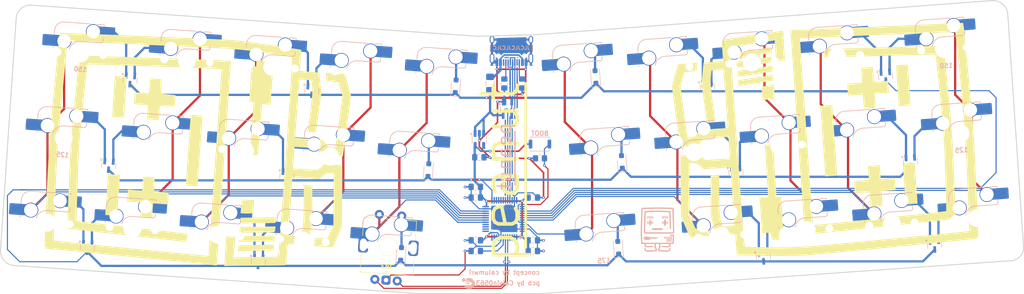
<source format=kicad_pcb>
(kicad_pcb (version 20240108) (generator "pcbnew") (generator_version "8.0")
  (layers (0 "F.Cu" signal) (31 "B.Cu" signal) (34 "B.Paste" user) (35 "F.Paste" user) (36 "B.SilkS" user "B.Silkscreen") (37 "F.SilkS" user "F.Silkscreen") (38 "B.Mask" user) (39 "F.Mask" user) (44 "Edge.Cuts" user))
  (net 0 "")
  (net 1 "Net-(D1-A2)")
  (net 2 "Net-(D1-A1)")
  (net 3 "ROW0")
  (net 4 "Net-(D2-A1)")
  (net 5 "Net-(D2-A2)")
  (net 6 "Net-(D3-A2)")
  (net 7 "ROW1")
  (net 8 "Net-(D3-A1)")
  (net 9 "Net-(D4-A2)")
  (net 10 "Net-(D4-A1)")
  (net 11 "ROW3")
  (net 12 "Net-(D7-A1)")
  (net 13 "Net-(D7-A2)")
  (net 14 "Net-(D8-A1)")
  (net 15 "Net-(D8-A2)")
  (net 16 "Net-(D9-A1)")
  (net 17 "Net-(D9-A2)")
  (net 18 "Net-(D10-A2)")
  (net 19 "Net-(D10-A1)")
  (net 20 "Net-(D5-A)")
  (net 21 "Net-(D11-A2)")
  (net 22 "Net-(D6-A)")
  (net 23 "Net-(D11-A1)")
  (net 24 "Net-(D12-A2)")
  (net 25 "Net-(D12-A1)")
  (net 26 "Net-(D13-A2)")
  (net 27 "Net-(D13-A1)")
  (net 28 "Net-(D14-A2)")
  (net 29 "Net-(D14-A1)")
  (net 30 "COL0")
  (net 31 "COL1")
  (net 32 "COL2")
  (net 33 "COL3")
  (net 34 "COL4")
  (net 35 "COL5")
  (net 36 "COL6")
  (net 37 "COL7")
  (net 38 "COL8")
  (net 39 "COL9")
  (net 40 "Net-(D15-A)")
  (net 41 "Net-(D16-A)")
  (net 42 "ROT_a")
  (net 43 "ROT_b")
  (net 44 "GND")
  (net 45 "s1")
  (net 46 "+3.3V")
  (net 47 "NRST")
  (net 48 "+5V")
  (net 49 "VBUS")
  (net 50 "Net-(J1-CC1)")
  (net 51 "D+")
  (net 52 "D-")
  (net 54 "Net-(J1-CC2)")
  (net 56 "BOOT0")
  (net 58 "Net-(D26-A)")
  (footprint "LOGO" (layer "F.Cu") (at 85.725 69.85 86)
    (property "Reference" "G***" (hide yes))
    (property "Value" "LOGO" (hide yes))
  )
  (footprint "LOGO" (layer "F.Cu") (at 225.425 67.46875 -86)
    (property "Reference" "G***" (hide yes))
    (property "Value" "LOGO" (hide yes))
  )
  (footprint "PCM_marbastlib-various:ROT_Alps_EC11E-Switch" (layer "F.Cu") (at 128.158506 91.082323 -4)
    (property "Reference" "SW1" (hide yes))
    (property "Value" "RotaryEncoder_Switch")
  )
  (footprint "PCM_marbastlib-mx:SW_MX_HS_CPG151101S11_1u" (layer "B.Cu") (at 234.239465 67.395102 -176)
    (property "Reference" "MX19" (hide yes))
    (property "Value" "MX_SW_HS")
  )
  (footprint "PCM_marbastlib-mx:SW_MX_HS_CPG151101S11_1u" (layer "B.Cu") (at 115.234671 71.082082 176)
    (property "Reference" "MX14" (hide yes))
    (property "Value" "MX_SW_HS")
  )
  (footprint "Diode_SMD:D_SOD-123F" (layer "B.Cu") (at 174.295286 53.306382 94)
    (property "Reference" "D6" (hide yes))
    (property "Value" "D_Small")
  )
  (footprint "PCM_marbastlib-mx:SW_MX_HS_CPG151101S11_1u" (layer "B.Cu") (at 240.319329 86.066484 -176)
    (property "Reference" "MX29" (hide yes))
    (property "Value" "MX_SW_HS")
  )
  (footprint "Package_TO_SOT_SMD:SOT-23" (layer "B.Cu") (at 105.56875 75.40625 -94)
    (property "Reference" "D4" (hide yes))
    (property "Value" "BAV70_Small")
  )
  (footprint "Capacitor_SMD:C_0805_2012Metric_Pad1.18x1.45mm_HandSolder" (layer "B.Cu") (at 147.6375 89.69375 180)
    (property "Reference" "C5" (hide yes))
    (property "Value" "100nF")
  )
  (footprint "PCM_marbastlib-mx:SW_MX_HS_CPG151101S11_1.25u" (layer "B.Cu") (at 55.848436 66.929392 176)
    (property "Reference" "MX11" (hide yes))
    (property "Value" "MX_SW_HS")
  )
  (footprint "Capacitor_SMD:C_0805_2012Metric_Pad1.18x1.45mm_HandSolder" (layer "B.Cu") (at 147.6375 80.16875 180)
    (property "Reference" "C1" (hide yes))
    (property "Value" "100nF")
  )
  (footprint "PCM_marbastlib-mx:SW_MX_HS_CPG151101S11_1u" (layer "B.Cu") (at 140.318025 53.739563 176)
    (property "Reference" "MX5" (hide yes))
    (property "Value" "MX_SW_HS")
  )
  (footprint "PCM_marbastlib-mx:SW_MX_HS_CPG151101S11_1.5u" (layer "B.Cu") (at 59.552746 48.091904 176)
    (property "Reference" "MX1" (hide yes))
    (property "Value" "MX_SW_HS")
  )
  (footprint "Diode_SMD:D_SOD-123F" (layer "B.Cu") (at 180.18125 72.23125 94)
    (property "Reference" "D16" (hide yes))
    (property "Value" "D_Small")
  )
  (footprint "Package_TO_SOT_SMD:SOT-23" (layer "B.Cu") (at 244.475 72.23125 -86)
    (property "Reference" "D13" (hide yes))
    (property "Value" "BAV70_Small")
  )
  (footprint "Package_TO_SOT_SMD:SOT-23" (layer "B.Cu") (at 199.23125 55.5625 -86)
    (property "Reference" "D9" (hide yes))
    (property "Value" "BAV70_Small")
  )
  (footprint "Package_TO_SOT_SMD:SOT-23" (layer "B.Cu") (at 111.125 56.35625 -94)
    (property "Reference" "D2" (hide yes))
    (property "Value" "BAV70_Small")
  )
  (footprint "Diode_SMD:D_SOD-123F" (layer "B.Cu") (at 143.151244 55.377713 86)
    (property "Reference" "D5" (hide yes))
    (property "Value" "D_Small")
  )
  (footprint "PCM_marbastlib-mx:SW_MX_HS_CPG151101S11_1u" (layer "B.Cu") (at 90.151316 88.424601 176)
    (property "Reference" "MX23" (hide yes))
    (property "Value" "MX_SW_HS")
  )
  (footprint "Package_TO_SOT_SMD:SOT-23" (layer "B.Cu") (at 61.11875 91.28125 -94)
    (property "Reference" "D7" (hide yes))
    (property "Value" "BAV70_Small")
  )
  (footprint "PCM_marbastlib-mx:SW_MX_HS_CPG151101S11_1u" (layer "B.Cu") (at 196.232347 70.052842 -176)
    (property "Reference" "MX17" (hide yes))
    (property "Value" "MX_SW_HS")
  )
  (footprint "PCM_marbastlib-various:USB_C_Receptacle_HRO_TYPE-C-31-M-12" (layer "B.Cu") (at 155.575 46.0375)
    (property "Reference" "J1" (hide yes))
    (property "Value" "USB_C_Receptacle_USB2.0")
  )
  (footprint "Capacitor_SMD:C_0805_2012Metric_Pad1.18x1.45mm_HandSolder" (layer "B.Cu") (at 147.6375 77.7875 180)
    (property "Reference" "C6" (hide yes))
    (property "Value" "10uF")
  )
  (footprint "Package_TO_SOT_SMD:SOT-23" (layer "B.Cu") (at 99.21875 94.45625 -94)
    (property "Reference" "D8" (hide yes))
    (property "Value" "BAV70_Small")
  )
  (footprint "Diode_SMD:D_SOD-123F" (layer "B.Cu") (at 137.071485 74.049092 86)
    (property "Reference" "D15" (hide yes))
    (property "Value" "D_Small")
  )
  (footprint "Package_TO_SOT_SMD:SOT-143_Handsoldering" (layer "B.Cu") (at 154.6812 60.325 -90)
    (property "Reference" "U3" (hide yes))
    (property "Value" "PRTR5V0U2X")
  )
  (footprint "PCM_marbastlib-mx:SW_MX_HS_CPG151101S11_1u" (layer "B.Cu") (at 202.312081 88.724224 -176)
    (property "Reference" "MX27" (hide yes))
    (property "Value" "MX_SW_HS")
  )
  (footprint "Button_Switch_SMD:SW_Push_SPST_NO_Alps_SKRK" (layer "B.Cu") (at 161.925 68.2625)
    (property "Reference" "SW2" (hide yes))
    (property "Value" "SKQGABE010")
  )
  (footprint "LOGO" (layer "B.Cu") (at 188.11875 87.3125 180)
    (property "Reference" "G***" (hide yes))
    (property "Value" "LOGO" (hide yes))
  )
  (footprint "PCM_marbastlib-mx:SW_MX_HS_CPG151101S11_1.25u" (layer "B.Cu") (at 255.618608 65.900208 -176)
    (property "Reference" "MX20" (hide yes))
    (property "Value" "MX_SW_HS")
  )
  (footprint "Package_TO_SOT_SMD:SOT-23" (layer "B.Cu") (at 65.88125 73.025 -94)
    (property "Reference" "D3" (hide yes))
    (property "Value" "BAV70_Small")
  )
  (footprint "Package_QFP:LQFP-48_7x7mm_P0.5mm" (layer "B.Cu") (at 153.9875 84.93125 90)
    (property "Reference" "U1" (hide yes))
    (property "Value" "STM32F072C8Tx")
  )
  (footprint "PCM_marbastlib-mx:SW_MX_HS_CPG151101S11_1u" (layer "B.Cu") (at 134.238266 72.410943 176)
    (property "Reference" "MX15" (hide yes))
    (property "Value" "MX_SW_HS")
  )
  (footprint "PCM_marbastlib-mx:SW_MX_HS_CPG151101S11_1u" (layer "B.Cu") (at 77.22748 68.42436 176)
    (property "Reference" "MX12" (hide yes))
    (property "Value" "MX_SW_HS")
  )
  (footprint "Diode_SMD:D_SOD-123F" (layer "B.Cu") (at 130.991725 92.720472 86)
    (property "Reference" "D25" (hide yes))
    (property "Value" "D_Small")
  )
  (footprint "PCM_marbastlib-mx:SW_MX_HS_CPG151101S11_1u" (layer "B.Cu") (at 177.228646 71.381713 -176)
    (property "Reference" "MX16" (hide yes))
    (property "Value" "MX_SW_HS")
  )
  (footprint "PCM_marbastlib-mx:SW_MX_HS_CPG151101S11_1u" (layer "B.Cu") (at 190.152505 51.381463 -176)
    (property "Reference" "MX7" (hide yes))
    (property "Value" "MX_SW_HS")
  )
  (footprint "PCM_marbastlib-mx:SW_MX_HS_CPG151101S11_1u" (layer "B.Cu") (at 102.310835 51.081841 176)
    (property "Reference" "MX3" (hide yes))
    (property "Value" "MX_SW_HS")
  )
  (footprint "PCM_marbastlib-mx:SW_MX_HS_CPG151101S11_1u" (layer "B.Cu") (at 209.156182 50.052593 -176)
    (property "Reference" "MX8" (hide yes))
    (property "Value" "MX_SW_HS")
  )
  (footprint "PCM_marbastlib-mx:SW_MX_HS_CPG151101S11_1.75u" (layer "B.Cu") (at 176.182107 90.551437 -176)
    (property "Reference" "MX26" (hide yes))
    (property "Value" "MX_SW_HS")
  )
  (footprint "PCM_marbastlib-mx:SW_MX_HS_CPG151101S11_1u" (layer "B.Cu") (at 52.144126 85.766879 176)
    (property "Reference" "MX21" (hide yes))
    (property "Value" "MX_SW_HS")
  )
  (footprint "Capacitor_SMD:C_0805_2012Metric_Pad1.18x1.45mm_HandSolder" (layer "B.Cu") (at 160.3375 80.16875)
    (property "Reference" "C2" (hide yes))
    (property "Value" "100nF")
  )
  (footprint "PCM_marbastlib-mx:SW_MX_HS_CPG151101S11_1u" (layer "B.Cu") (at 221.315644 87.395355 -176)
    (property "Reference" "MX28" (hide yes))
    (property "Value" "MX_SW_HS")
  )
  (footprint "Resistor_SMD:R_0805_2012Metric_Pad1.20x1.40mm_HandSolder" (layer "B.Cu") (at 157.95625 54.76875 -90)
    (property "Reference" "R3" (hide yes))
    (property "Value" "5.1k")
  )
  (footprint "PCM_marbastlib-mx:SW_MX_HS_CPG151101S11_1u" (layer "B.Cu") (at 215.23591 68.723975 -176)
    (property "Reference" "MX18" (hide yes))
    (property "Value" "MX_SW_HS")
  )
  (footprint "Capacitor_SMD:C_0805_2012Metric_Pad1.18x1.45mm_HandSolder" (layer "B.Cu") (at 148.43125 71.2)
    (property "Reference" "C8" (hide yes))
    (property "Value" "1nF")
  )
  (footprint "PCM_marbastlib-mx:SW_MX_HS_CPG151101S11_1u" (layer "B.Cu") (at 259.3229 84.737617 -176)
    (property "Reference" "MX30" (hide yes))
    (property "Value" "MX_SW_HS")
  )
  (footprint "PCM_marbastlib-mx:SW_MX_HS_CPG151101S11_1u" (layer "B.Cu") (at 121.31443 52.410702 176)
    (property "Reference" "MX4" (hide yes))
    (property "Value" "MX_SW_HS")
  )
  (footprint "Resistor_SMD:R_0805_2012Metric_Pad1.20x1.40mm_HandSolder" (layer "B.Cu") (at 161.925 71.4375)
    (property "Reference" "R1" (hide yes))
    (property "Value" "10k")
  )
  (footprint "PCM_marbastlib-mx:SW_MX_HS_CPG151101S11_1u" (layer "B.Cu") (at 171.148927 52.710333 -176)
    (property "Reference" "MX6" (hide yes))
    (property "Value" "MX_SW_HS")
  )
  (footprint "LOGO" (layer "B.Cu") (at 146.05 99.21875 180)
    (property "Reference" "G***" (hide yes))
    (property "Value" "LOGO" (hide yes))
  )
  (footprint "Capacitor_SMD:C_0805_2012Metric_Pad1.18x1.45mm_HandSolder" (layer "B.Cu") (at 160.3375 89.69375)
    (property "Reference" "C3" (hide yes))
    (property "Value" "100nF")
  )
  (footprint "Capacitor_SMD:C_0805_2012Metric_Pad1.18x1.45mm_HandSolder" (layer "B.Cu") (at 147.6375 92.075 180)
    (property "Reference" "C7" (hide yes))
    (property "Value" "100nF")
  )
  (footprint "PCM_marbastlib-mx:SW_MX_HS_CPG151101S11_1u" (layer "B.Cu") (at 128.158506 91.082323 176)
    (property "Reference" "MX25" (hide yes))
    (property "Value" "MX_SW_HS")
  )
  (footprint "Package_TO_SOT_SMD:SOT-23-5_HandSoldering" (layer "B.Cu") (at 148.43125 67.23125 -90)
    (property "Reference" "U2" (hide yes))
    (property "Value" "AP2112K-3.3")
  )
  (footprint "Fuse:Fuse_1206_3216Metric_Pad1.42x1.75mm_HandSolder" (layer "B.Cu") (at 150.8125 54.76875 -90)
    (property "Reference" "F1" (hide yes))
    (property "Value" "500mA")
  )
  (footprint "PCM_marbastlib-mx:SW_MX_HS_CPG151101S11_1u" (layer "B.Cu") (at 83.30724 49.75298 176)
    (property "Reference" "MX2" (hide yes))
    (property "Value" "MX_SW_HS")
  )
  (footprint "PCM_marbastlib-mx:SW_MX_HS_CPG151101S11_1.5u" (layer "B.Cu") (at 251.914315 47.062668 -176)
    (property "Reference" "MX10" (hide yes))
    (property "Value" "MX_SW_HS")
  )
  (footprint "Resistor_SMD:R_0805_2012Metric_Pad1.20x1.40mm_HandSolder" (layer "B.Cu") (at 153.9875 54.76875 -90)
    (property "Reference" "R2" (hide yes))
    (property "Value" "5.1k")
  )
  (footprint "PCM_marbastlib-mx:SW_MX_HS_CPG151101S11_1u" (layer "B.Cu") (at 71.147721 87.09574 176)
    (property "Reference" "MX22" (hide yes))
    (property "Value" "MX_SW_HS")
  )
  (footprint "PCM_marbastlib-mx:SW_MX_HS_CPG151101S11_1u" (layer "B.Cu") (at 109.154911 89.753462 176)
    (property "Reference" "MX24" (hide yes))
    (property "Value" "MX_SW_HS")
  )
  (footprint "Package_TO_SOT_SMD:SOT-23" (layer "B.Cu") (at 238.91875 53.18125 -86)
    (property "Reference" "D14" (hide yes))
    (property "Value" "BAV70_Small")
  )
  (footprint "Package_TO_SOT_SMD:SOT-23" (layer "B.Cu") (at 205.58125 74.6125 -86)
    (property "Reference" "D10" (hide yes))
    (property "Value" "BAV70_Small")
  )
  (footprint "Capacitor_SMD:C_0805_2012Metric_Pad1.18x1.45mm_HandSolder" (layer "B.Cu") (at 160.3375 92.075)
    (property "Reference" "C4" (hide yes))
    (property "Value" "100nF")
  )
  (footprint "Package_TO_SOT_SMD:SOT-23" (layer "B.Cu") (at 70.64375 53.975 -94)
    (property "Reference" "D1" (hide yes))
    (property "Value" "BAV70_Small")
  )
  (footprint "Package_TO_SOT_SMD:SOT-23" (layer "B.Cu") (at 211.687508 93.453794 -86)
    (property "Reference" "D11" (hide yes))
    (property "Value" "BAV70_Small")
  )
  (footprint "Package_TO_SOT_SMD:SOT-23" (layer "B.Cu") (at 249.80729 90.798294 -86)
    (property "Reference" "D12" (hide yes))
    (property "Value" "BAV70_Small")
  )
  (footprint "Diode_SMD:D_SOD-123F" (layer "B.Cu") (at 179.357108 91.345187 94)
    (property "Reference" "D26" (hide yes))
    (property "Value" "D_Small")
  )
  (footprint "PCM_marbastlib-mx:SW_MX_HS_CPG151101S11_1u" (layer "B.Cu") (at 228.159753 48.723724 -176)
    (property "Reference" "MX9" (hide yes))
    (property "Value" "MX_SW_HS")
  )
  (footprint "PCM_marbastlib-mx:SW_MX_HS_CPG151101S11_1u" (layer "B.Cu") (at 96.231075 69.753221 176)
    (property "Reference" "MX13" (hide yes))
    (property "Value" "MX_SW_HS")
  )
  (gr_line (start 156.36875 65.484375) (end 156.36875 77.390625) (stroke (width 0.3)) (layer "B.SilkS"))
  (gr_line (start 158.75 91.28125) (end 158.75 54.76875) (stroke (width 0.6)) (layer "F.SilkS"))
  (gr_arc (start 262.915976 36.265004) (mid 265.017329 37.133788) (end 266.112511 39.126536) (stroke (width 0.2)) (layer "Edge.Cuts"))
  (gr_arc (start 269.657536 91.28125) (mid 268.896078 93.262223) (end 267.003802 94.223141) (stroke (width 0.2)) (layer "Edge.Cuts"))
  (gr_line (start 134.463736 101.535248) (end 162.342123 101.556831) (stroke (width 0.2)) (layer "Edge.Cuts"))
  (gr_arc (start 45.264796 40.116287) (mid 46.306658 38.110661) (end 48.41875 37.30625) (stroke (width 0.2)) (layer "Edge.Cuts"))
  (gr_line (start 269.657536 91.28125) (end 266.112511 39.126536) (stroke (width 0.2)) (layer "Edge.Cuts"))
  (gr_line (start 45.264796 40.116287) (end 41.753612 92.04731) (stroke (width 0.2)) (layer "Edge.Cuts"))
  (gr_line (start 162.342123 101.556831) (end 267.003802 94.223142) (stroke (width 0.2)) (layer "Edge.Cuts"))
  (gr_line (start 148.051913 44.250342) (end 160.99257 43.888815) (stroke (width 0.2)) (layer "Edge.Cuts"))
  (gr_line (start 77.720599 97.588624) (end 134.463736 101.535248) (stroke (width 0.2)) (layer "Edge.Cuts"))
  (gr_line (start 160.99257 43.888815) (end 262.915976 36.265003) (stroke (width 0.2)) (layer "Edge.Cuts"))
  (gr_arc (start 44.462188 95.276072) (mid 42.532057 94.14476) (end 41.753612 92.04731) (stroke (width 0.2)) (layer "Edge.Cuts"))
  (gr_line (start 148.051913 44.250342) (end 48.41875 37.30625) (stroke (width 0.2)) (layer "Edge.Cuts"))
  (gr_line (start 44.462188 95.276072) (end 77.720599 97.588624) (stroke (width 0.2)) (layer "Edge.Cuts"))
  (gr_text "125" (at 55.5625 70.64375 356) (layer "B.SilkS") (effects (font (size 1 1) (thickness 0.2) (bold yes)) (justify mirror)))
  (gr_text "BOOT" (at 161.925 65.88125 0) (layer "B.SilkS") (effects (font (size 1 1) (thickness 0.2) (bold yes)) (justify mirror)))
  (gr_text "150" (at 59.53125 51.59375 356) (layer "B.SilkS") (effects (font (size 1 1) (thickness 0.2) (bold yes)) (justify mirror)))
  (gr_text "pcb by Calvin0563\n" (at 154.78125 99.21875 0) (layer "B.SilkS") (effects (font (size 1 1) (thickness 0.2) (bold yes)) (justify mirror)))
  (gr_text "125" (at 255.774906 69.594271 4) (layer "B.SilkS") (effects (font (size 1 1) (thickness 0.2) (bold yes)) (justify mirror)))
  (gr_text "JLCJLCJLCJLC" (at 155.575 46.83125 0) (layer "B.SilkS") (effects (font (size 0.8 0.8) (thickness 0.15) (bold yes)) (justify mirror)))
  (gr_text "175" (at 176.179183 94.23969 4) (layer "B.SilkS") (effects (font (size 1 1) (thickness 0.2) (bold yes)) (justify mirror)))
  (gr_text "150" (at 252.4125 50.8 4) (layer "B.SilkS") (effects (font (size 1 1) (thickness 0.2) (bold yes)) (justify mirror)))
  (gr_text "concept by calumwri\n" (at 153.9875 96.8375 0) (layer "B.SilkS") (effects (font (size 1 1) (thickness 0.2) (bold yes)) (justify mirror)))
  (gr_text "peanut" (at 153.9875 71.040625 90) (layer "B.SilkS") (effects (font (size 3 3) (thickness 0.3)) (justify mirror)))
  (gr_text "ENC" (at 127.960333 95.549851 356) (layer "F.SilkS") (effects (font (size 1 1) (thickness 0.2) (bold yes))))
  (gr_text "peanut" (at 153.19375 74.6125 90) (layer "F.SilkS") (effects (font (size 8 8) (thickness 0.8))))
  (segment (start 71.656833 53.106052) (end 71.656833 51.374417) (width 0.5) (layer "B.Cu") (net 1))
  (segment (start 71.656833 53.106052) (end 71.656833 48.993167) (width 0.5) (layer "B.Cu") (net 1))
  (segment (start 76.077856 46.953394) (end 79.683702 46.953394) (width 0.5) (layer "B.Cu") (net 1))
  (segment (start 73.82391 46.82609) (end 77.863148 46.82609) (width 0.5) (layer "B.Cu") (net 1))
  (segment (start 71.656833 48.993167) (end 73.82391 46.82609) (width 0.5) (layer "B.Cu") (net 1))
  (segment (start 67.01396 43.20146) (end 62.440922 43.20146) (width 0.5) (layer "B.Cu") (net 2))
  (segment (start 69.761461 45.948961) (end 67.01396 43.20146) (width 0.5) (layer "B.Cu") (net 2))
  (segment (start 69.761461 52.973515) (end 69.761461 45.948961) (width 0.5) (layer "B.Cu") (net 2))
  (segment (start 150.01875 57.94375) (end 158.75 57.94375) (width 0.5) (layer "F.Cu") (net 3))
  (via (at 158.75 57.94375) (size 0.6) (drill 0.3) (layers "F.Cu" "B.Cu") (net 3))
  (via (at 150.01875 57.94375) (size 0.6) (drill 0.3) (layers "F.Cu" "B.Cu") (net 3))
  (segment (start 158.15 83.18125) (end 164.304416 83.18125) (width 0.25) (layer "B.Cu") (net 3))
  (segment (start 111.059603 57.291466) (end 142.536422 57.291466) (width 0.5) (layer "B.Cu") (net 3))
  (segment (start 143.053585 56.774303) (end 143.429282 57.15) (width 0.5) (layer "B.Cu") (net 3))
  (segment (start 70.578353 54.910216) (end 72.959603 57.291466) (width 0.5) (layer "B.Cu") (net 3))
  (segment (start 263.525 57.94375) (end 261.9375 56.35625) (width 0.25) (layer "B.Cu") (net 3))
  (segment (start 176.187688 56.497716) (end 199.296647 56.497716) (width 0.5) (layer "B.Cu") (net 3))
  (segment (start 171.152166 57.94375) (end 174.392944 54.702972) (width 0.5) (layer "B.Cu") (net 3))
  (segment (start 241.223931 56.35625) (end 238.984147 54.116466) (width 0.25) (layer "B.Cu") (net 3))
  (segment (start 236.602897 56.497716) (end 238.984147 54.116466) (width 0.5) (layer "B.Cu") (net 3))
  (segment (start 174.392944 54.702972) (end 176.187688 56.497716) (width 0.5) (layer "B.Cu") (net 3))
  (segment (start 260.00625 78.13125) (end 263.525 74.6125) (width 0.25) (layer "B.Cu") (net 3))
  (segment (start 164.304416 83.18125) (end 169.354416 78.13125) (width 0.25) (layer "B.Cu") (net 3))
  (segment (start 142.536422 57.291466) (end 143.053585 56.774303) (width 0.5) (layer "B.Cu") (net 3))
  (segment (start 261.9375 56.35625) (end 241.223931 56.35625) (width 0.25) (layer "B.Cu") (net 3))
  (segment (start 263.525 74.6125) (end 263.525 57.94375) (width 0.25) (layer "B.Cu") (net 3))
  (segment (start 199.296647 56.497716) (end 236.602897 56.497716) (width 0.5) (layer "B.Cu") (net 3))
  (segment (start 72.959603 57.291466) (end 111.059603 57.291466) (width 0.5) (layer "B.Cu") (net 3))
  (segment (start 144.223032 57.94375) (end 150.01875 57.94375) (width 0.5) (layer "B.Cu") (net 3))
  (segment (start 169.354416 78.13125) (end 260.00625 78.13125) (width 0.25) (layer "B.Cu") (net 3))
  (segment (start 158.75 57.94375) (end 171.152166 57.94375) (width 0.5) (layer "B.Cu") (net 3))
  (segment (start 143.429282 57.15) (end 144.223032 57.94375) (width 0.5) (layer "B.Cu") (net 3))
  (segment (start 108.492726 46.191397) (end 108.740363 46.439034) (width 0.5) (layer "B.Cu") (net 4))
  (segment (start 110.242711 55.354765) (end 110.242711 47.941382) (width 0.5) (layer "B.Cu") (net 4))
  (segment (start 105.199011 46.191397) (end 108.492726 46.191397) (width 0.5) (layer "B.Cu") (net 4))
  (segment (start 110.242711 47.941382) (end 108.740363 46.439034) (width 0.5) (layer "B.Cu") (net 4))
  (segment (start 112.138083 55.487302) (end 112.138083 51.374938) (width 0.5) (layer "B.Cu") (net 5))
  (segment (start 112.138083 51.374938) (end 114.14954 49.363481) (width 0.5) (layer "B.Cu") (net 5))
  (segment (start 117.690892 49.611116) (end 114.397175 49.611116) (width 0.5) (layer "B.Cu") (net 5))
  (segment (start 114.397175 49.611116) (end 114.14954 49.363481) (width 0.5) (layer "B.Cu") (net 5))
  (segment (start 66.894333 72.156052) (end 66.894333 67.249417) (width 0.5) (layer "B.Cu") (net 6))
  (segment (start 68.766611 65.377139) (end 70.06259 65.377139) (width 0.5) (layer "B.Cu") (net 6))
  (segment (start 73.356307 65.377139) (end 73.603942 65.624774) (width 0.5) (layer "B.Cu") (net 6))
  (segment (start 70.06259 65.377139) (end 73.356307 65.377139) (width 0.5) (layer "B.Cu") (net 6))
  (segment (start 66.894333 67.249417) (end 68.766611 65.377139) (width 0.5) (layer "B.Cu") (net 6))
  (segment (start 153.9875 76.205755) (end 155.856745 76.205755) (width 0.5) (layer "F.Cu") (net 7))
  (segment (start 148.43125 76.2) (end 146.649505 76.2) (width 0.5) (layer "F.Cu") (net 7))
  (segment (start 155.856745 76.205755) (end 155.8625 76.2) (width 0.5) (layer "F.Cu") (net 7))
  (segment (start 146.649505 76.2) (end 146.64375 76.205755) (width 0.5) (layer "F.Cu") (net 7))
  (via (at 148.43125 76.2) (size 0.6) (drill 0.3) (layers "F.Cu" "B.Cu") (net 7))
  (via (at 155.8625 76.2) (size 0.6) (drill 0.3) (layers "F.Cu" "B.Cu") (net 7))
  (via (at 146.64375 76.205755) (size 0.6) (drill 0.3) (layers "F.Cu" "B.Cu") (net 7))
  (via (at 153.9875 76.205755) (size 0.6) (drill 0.3) (layers "F.Cu" "B.Cu") (net 7))
  (segment (start 148.437005 76.205755) (end 148.43125 76.2) (width 0.5) (layer "B.Cu") (net 7))
  (segment (start 177.706748 76.2) (end 180.278908 73.62784) (width 0.5) (layer "B.Cu") (net 7))
  (segment (start 137.728144 76.2) (end 146.637995 76.2) (width 0.5) (layer "B.Cu") (net 7))
  (segment (start 205.646647 75.547716) (end 185.7375 75.547716) (width 0.5) (layer "B.Cu") (net 7))
  (segment (start 244.540397 73.166466) (end 242.159147 75.547716) (width 0.5) (layer "B.Cu") (net 7))
  (segment (start 151.2375 78.540622) (end 151.2375 80.76875) (width 0.25) (layer "B.Cu") (net 7))
  (segment (start 153.9875 76.205755) (end 148.437005 76.205755) (width 0.5) (layer "B.Cu") (net 7))
  (segment (start 148.896878 76.2) (end 151.2375 78.540622) (width 0.25) (layer "B.Cu") (net 7))
  (segment (start 65.815853 73.960216) (end 68.197103 76.341466) (width 0.5) (layer "B.Cu") (net 7))
  (segment (start 155.8625 76.2) (end 177.706748 76.2) (width 0.5) (layer "B.Cu") (net 7))
  (segment (start 136.078042 76.341466) (end 136.973826 75.445682) (width 0.5) (layer "B.Cu") (net 7))
  (segment (start 242.159147 75.547716) (end 205.646647 75.547716) (width 0.5) (layer "B.Cu") (net 7))
  (segment (start 146.637995 76.2) (end 146.64375 76.205755) (width 0.5) (layer "B.Cu") (net 7))
  (segment (start 180.278908 73.62784) (end 182.198784 75.547716) (width 0.5) (layer "B.Cu") (net 7))
  (segment (start 68.197103 76.341466) (end 105.503353 76.341466) (width 0.5) (layer "B.Cu") (net 7))
  (segment (start 148.43125 76.2) (end 148.896878 76.2) (width 0.25) (layer "B.Cu") (net 7))
  (segment (start 105.503353 76.341466) (end 136.078042 76.341466) (width 0.5) (layer "B.Cu") (net 7))
  (segment (start 182.198784 75.547716) (end 185.7375 75.547716) (width 0.5) (layer "B.Cu") (net 7))
  (segment (start 136.973826 75.445682) (end 137.728144 76.2) (width 0.5) (layer "B.Cu") (net 7))
  (segment (start 62.277964 62.286584) (end 58.984248 62.286584) (width 0.5) (layer "B.Cu") (net 8))
  (segment (start 64.998961 65.007581) (end 62.277964 62.286584) (width 0.5) (layer "B.Cu") (net 8))
  (segment (start 58.984248 62.286584) (end 58.736612 62.038948) (width 0.5) (layer "B.Cu") (net 8))
  (segment (start 64.998961 72.023515) (end 64.998961 65.007581) (width 0.5) (layer "B.Cu") (net 8))
  (segment (start 106.581833 74.537302) (end 106.581833 69.522809) (width 0.5) (layer "B.Cu") (net 9))
  (segment (start 108.317416 68.282496) (end 108.069781 68.034861) (width 0.5) (layer "B.Cu") (net 9))
  (segment (start 106.581833 69.522809) (end 108.069781 68.034861) (width 0.5) (layer "B.Cu") (net 9))
  (segment (start 111.611133 68.282496) (end 108.317416 68.282496) (width 0.5) (layer "B.Cu") (net 9))
  (segment (start 102.412966 64.862777) (end 102.660603 65.110414) (width 0.5) (layer "B.Cu") (net 10))
  (segment (start 104.686461 67.136272) (end 102.660603 65.110414) (width 0.5) (layer "B.Cu") (net 10))
  (segment (start 104.686461 74.404765) (end 104.686461 67.136272) (width 0.5) (layer "B.Cu") (net 10))
  (segment (start 99.119251 64.862777) (end 102.412966 64.862777) (width 0.5) (layer "B.Cu") (net 10))
  (segment (start 61.053353 92.216466) (end 64.228353 95.391466) (width 0.5) (layer "B.Cu") (net 11))
  (segment (start 139.570185 78.451435) (end 47.625 78.451435) (width 0.25) (layer "B.Cu") (net 11))
  (segment (start 43.310868 79.720382) (end 43.65625 79.375) (width 0.25) (layer "B.Cu") (net 11))
  (segment (start 47.625 78.451435) (end 44.579815 78.451435) (width 0.25) (layer "B.Cu") (net 11))
  (segment (start 247.217187 94.38901) (end 211.752905 94.38901) (width 0.5) (layer "B.Cu") (net 11))
  (segment (start 211.752905 94.38901) (end 183.35625 94.38901) (width 0.5) (layer "B.Cu") (net 11))
  (segment (start 44.579815 78.451435) (end 44.45 78.58125) (width 0.25) (layer "B.Cu") (net 11))
  (segment (start 149.825 83.18125) (end 144.3 83.18125) (width 0.25) (layer "B.Cu") (net 11))
  (segment (start 130.894066 94.117062) (end 132.027004 95.25) (width 0.5) (layer "B.Cu") (net 11))
  (segment (start 132.027004 95.25) (end 176.946544 95.25) (width 0.5) (layer "B.Cu") (net 11))
  (segment (start 43.310868 90.142118) (end 43.310868 79.720382) (width 0.25) (layer "B.Cu") (net 11))
  (segment (start 179.454767 92.741777) (end 181.102 94.38901) (width 0.5) (layer "B.Cu") (net 11))
  (segment (start 249.872687 91.73351) (end 247.217187 94.38901) (width 0.5) (layer "B.Cu") (net 11))
  (segment (start 144.3 83.18125) (end 139.570185 78.451435) (width 0.25) (layer "B.Cu") (net 11))
  (segment (start 46.167315 78.451435) (end 47.625 78.451435) (width 0.25) (layer "B.Cu") (net 11))
  (segment (start 43.65625 79.375) (end 44.45 78.58125) (width 0.25) (layer "B.Cu") (net 11))
  (segment (start 43.310868 91.729618) (end 46.0375 94.45625) (width 0.25) (layer "B.Cu") (net 11))
  (segment (start 181.102 94.38901) (end 183.35625 94.38901) (width 0.5) (layer "B.Cu") (net 11))
  (segment (start 43.310868 90.142118) (end 43.310868 91.729618) (width 0.25) (layer "B.Cu") (net 11))
  (segment (start 64.228353 95.391466) (end 99.153353 95.391466) (width 0.5) (layer "B.Cu") (net 11))
  (segment (start 176.946544 95.25) (end 179.454767 92.741777) (width 0.5) (layer "B.Cu") (net 11))
  (segment (start 99.153353 95.391466) (end 129.619662 95.391466) (width 0.5) (layer "B.Cu") (net 11))
  (segment (start 58.813569 94.45625) (end 61.053353 92.216466) (width 0.25) (layer "B.Cu") (net 11))
  (segment (start 129.619662 95.391466) (end 130.894066 94.117062) (width 0.5) (layer "B.Cu") (net 11))
  (segment (start 46.0375 94.45625) (end 58.813569 94.45625) (width 0.25) (layer "B.Cu") (net 11))
  (segment (start 60.236461 90.279765) (end 60.236461 82.786879) (width 0.5) (layer "B.Cu") (net 12))
  (segment (start 55.032302 80.876435) (end 58.326017 80.876435) (width 0.5) (layer "B.Cu") (net 12))
  (segment (start 60.236461 82.786879) (end 58.573654 81.124072) (width 0.5) (layer "B.Cu") (net 12))
  (segment (start 58.326017 80.876435) (end 58.573654 81.124072) (width 0.5) (layer "B.Cu") (net 12))
  (segment (start 62.131833 85.899517) (end 63.982831 84.048519) (width 0.5) (layer "B.Cu") (net 13))
  (segment (start 63.982831 84.048519) (end 67.276548 84.048519) (width 0.5) (layer "B.Cu") (net 13))
  (segment (start 67.276548 84.048519) (end 67.524183 84.296154) (width 0.5) (layer "B.Cu") (net 13))
  (segment (start 62.131833 90.412302) (end 62.131833 85.899517) (width 0.5) (layer "B.Cu") (net 13))
  (segment (start 93.039492 83.534157) (end 96.333207 83.534157) (width 0.5) (layer "B.Cu") (net 14))
  (segment (start 98.336461 93.454765) (end 98.336461 85.537411) (width 0.5) (layer "B.Cu") (net 14))
  (segment (start 96.333207 83.534157) (end 96.580844 83.781794) (width 0.5) (layer "B.Cu") (net 14))
  (segment (start 98.336461 85.537411) (end 96.580844 83.781794) (width 0.5) (layer "B.Cu") (net 14))
  (segment (start 101.990021 86.706241) (end 105.283738 86.706241) (width 0.5) (layer "B.Cu") (net 15))
  (segment (start 100.231833 88.464429) (end 101.990021 86.706241) (width 0.5) (layer "B.Cu") (net 15))
  (segment (start 100.231833 93.587302) (end 100.231833 88.464429) (width 0.5) (layer "B.Cu") (net 15))
  (segment (start 105.283738 86.706241) (end 105.531373 86.953876) (width 0.5) (layer "B.Cu") (net 15))
  (segment (start 191.845777 46.501464) (end 195.139494 46.501464) (width 0.5) (layer "B.Cu") (net 16))
  (segment (start 198.218167 49.084867) (end 195.387129 46.253829) (width 0.5) (layer "B.Cu") (net 16))
  (segment (start 195.139494 46.501464) (end 195.387129 46.253829) (width 0.5) (layer "B.Cu") (net 16))
  (segment (start 198.218167 55.487302) (end 198.218167 49.084867) (width 0.5) (layer "B.Cu") (net 16))
  (segment (start 200.113539 55.354765) (end 200.113539 49.434137) (width 0.5) (layer "B.Cu") (net 17))
  (segment (start 201.398306 48.14937) (end 201.15067 48.397006) (width 0.5) (layer "B.Cu") (net 17))
  (segment (start 200.113539 49.434137) (end 201.15067 48.397006) (width 0.5) (layer "B.Cu") (net 17))
  (segment (start 204.692024 48.14937) (end 201.398306 48.14937) (width 0.5) (layer "B.Cu") (net 17))
  (segment (start 206.463539 73.611015) (end 206.463539 67.835276) (width 0.5) (layer "B.Cu") (net 18))
  (segment (start 206.463539 67.835276) (end 207.230429 67.068386) (width 0.5) (layer "B.Cu") (net 18))
  (segment (start 207.230429 67.068386) (end 210.524147 67.068386) (width 0.5) (layer "B.Cu") (net 18))
  (segment (start 210.524147 67.068386) (end 210.771783 66.82075) (width 0.5) (layer "B.Cu") (net 18))
  (segment (start 197.925537 65.172844) (end 201.219254 65.172844) (width 0.5) (layer "B.Cu") (net 19))
  (segment (start 204.568167 68.026487) (end 201.466889 64.925209) (width 0.5) (layer "B.Cu") (net 19))
  (segment (start 204.568167 73.743552) (end 204.568167 68.026487) (width 0.5) (layer "B.Cu") (net 19))
  (segment (start 201.219254 65.172844) (end 201.466889 64.925209) (width 0.5) (layer "B.Cu") (net 19))
  (segment (start 143.248903 48.891821) (end 143.206201 48.849119) (width 0.5) (layer "B.Cu") (net 20))
  (segment (start 143.248903 53.981123) (end 143.248903 48.891821) (width 0.5) (layer "B.Cu") (net 20))
  (segment (start 213.796391 85.37495) (end 217.09011 85.37495) (width 0.5) (layer "B.Cu") (net 21))
  (segment (start 212.569797 92.452309) (end 212.569797 86.601544) (width 0.5) (layer "B.Cu") (net 21))
  (segment (start 212.569797 86.601544) (end 213.796391 85.37495) (width 0.5) (layer "B.Cu") (net 21))
  (segment (start 217.09011 85.37495) (end 217.337746 85.127314) (width 0.5) (layer "B.Cu") (net 21))
  (segment (start 174.197628 48.334777) (end 173.328377 47.465526) (width 0.5) (layer "B.Cu") (net 22))
  (segment (start 174.197628 51.909792) (end 174.197628 48.334777) (width 0.5) (layer "B.Cu") (net 22))
  (segment (start 210.674425 85.873324) (end 208.032883 83.231782) (width 0.5) (layer "B.Cu") (net 23))
  (segment (start 210.674425 92.584846) (end 210.674425 85.873324) (width 0.5) (layer "B.Cu") (net 23))
  (segment (start 208.032883 83.231782) (end 204.739166 83.231782) (width 0.5) (layer "B.Cu") (net 23))
  (segment (start 204.739166 83.231782) (end 204.491531 83.479417) (width 0.5) (layer "B.Cu") (net 23))
  (segment (start 250.689579 83.709844) (end 251.80254 82.596883) (width 0.5) (layer "B.Cu") (net 24))
  (segment (start 251.80254 82.596883) (end 253.524445 82.596883) (width 0.5) (layer "B.Cu") (net 24))
  (segment (start 250.689579 89.796809) (end 250.689579 83.709844) (width 0.5) (layer "B.Cu") (net 24))
  (segment (start 255.217695 82.596883) (end 255.345002 82.469576) (width 0.5) (layer "B.Cu") (net 24))
  (segment (start 253.524445 82.596883) (end 255.217695 82.596883) (width 0.5) (layer "B.Cu") (net 24))
  (segment (start 246.216861 81.601889) (end 245.436649 80.821677) (width 0.5) (layer "B.Cu") (net 25))
  (segment (start 248.794207 89.929346) (end 248.794207 84.179236) (width 0.5) (layer "B.Cu") (net 25))
  (segment (start 248.794207 84.179236) (end 246.216861 81.601889) (width 0.5) (layer "B.Cu") (net 25))
  (segment (start 246.216861 81.601889) (end 245.553839 80.938868) (width 0.5) (layer "B.Cu") (net 25))
  (segment (start 251.154422 63.99692) (end 247.860705 63.99692) (width 0.5) (layer "B.Cu") (net 26))
  (segment (start 245.357289 66.500336) (end 247.613069 64.244556) (width 0.5) (layer "B.Cu") (net 26))
  (segment (start 245.357289 71.229765) (end 245.357289 66.500336) (width 0.5) (layer "B.Cu") (net 26))
  (segment (start 247.860705 63.99692) (end 247.613069 64.244556) (width 0.5) (layer "B.Cu") (net 26))
  (segment (start 243.461917 66.255326) (end 239.474079 62.267488) (width 0.5) (layer "B.Cu") (net 27))
  (segment (start 239.474079 62.267488) (end 236.180362 62.267488) (width 0.5) (layer "B.Cu") (net 27))
  (segment (start 243.461917 71.362302) (end 243.461917 66.255326) (width 0.5) (layer "B.Cu") (net 27))
  (segment (start 236.180362 62.267488) (end 235.932727 62.515123) (width 0.5) (layer "B.Cu") (net 27))
  (segment (start 239.801039 52.179765) (end 239.801039 49.514789) (width 0.5) (layer "B.Cu") (net 28))
  (segment (start 239.801039 46.742711) (end 239.801039 52.179765) (width 0.5) (layer "B.Cu") (net 28))
  (segment (start 247.936416 44.794627) (end 241.749123 44.794627) (width 0.5) (layer "B.Cu") (net 28))
  (segment (start 241.749123 44.794627) (end 239.801039 46.742711) (width 0.5) (layer "B.Cu") (net 28))
  (segment (start 233.146685 43.843743) (end 233.39432 43.596108) (width 0.5) (layer "B.Cu") (net 29))
  (segment (start 229.852968 43.843743) (end 233.146685 43.843743) (width 0.5) (layer "B.Cu") (net 29))
  (segment (start 237.905667 52.312302) (end 237.905667 48.107455) (width 0.5) (layer "B.Cu") (net 29))
  (segment (start 237.905667 48.107455) (end 233.39432 43.596108) (width 0.5) (layer "B.Cu") (net 29))
  (segment (start 52.224898 79.262983) (end 48.520588 82.967293) (width 0.5) (layer "F.Cu") (net 30))
  (segment (start 55.929208 60.425497) (end 52.224898 64.129807) (width 0.5) (layer "F.Cu") (net 30))
  (segment (start 55.929208 45.292319) (end 55.929208 60.425497) (width 0.5) (layer "F.Cu") (net 30))
  (segment (start 52.224898 64.129807) (end 52.224898 79.262983) (width 0.5) (layer "F.Cu") (net 30))
  (segment (start 48.520588 82.967293) (end 51.853316 79.634566) (width 0.25) (layer "B.Cu") (net 30))
  (segment (start 139.383789 78.901435) (end 144.163604 83.68125) (width 0.25) (layer "B.Cu") (net 30))
  (segment (start 52.586447 78.901435) (end 139.383789 78.901435) (width 0.25) (layer "B.Cu") (net 30))
  (segment (start 51.853316 79.634566) (end 52.586447 78.901435) (width 0.25) (layer "B.Cu") (net 30))
  (segment (start 144.163604 83.68125) (end 149.825 83.68125) (width 0.25) (layer "B.Cu") (net 30))
  (segment (start 86.195416 44.862536) (end 86.195416 57.454156) (width 0.5) (layer "F.Cu") (net 31))
  (segment (start 80.115656 63.533916) (end 80.115656 76.125537) (width 0.5) (layer "F.Cu") (net 31))
  (segment (start 80.115656 76.125537) (end 74.035897 82.205296) (width 0.5) (layer "F.Cu") (net 31))
  (segment (start 86.195416 57.454156) (end 80.115656 63.533916) (width 0.5) (layer "F.Cu") (net 31))
  (segment (start 74.035897 82.205296) (end 76.889758 79.351435) (width 0.25) (layer "B.Cu") (net 31))
  (segment (start 144.027208 84.18125) (end 149.825 84.18125) (width 0.25) (layer "B.Cu") (net 31))
  (segment (start 76.889758 79.351435) (end 139.197393 79.351435) (width 0.25) (layer "B.Cu") (net 31))
  (segment (start 139.197393 79.351435) (end 144.027208 84.18125) (width 0.25) (layer "B.Cu") (net 31))
  (segment (start 92.607537 66.953635) (end 92.607537 79.545256) (width 0.5) (layer "F.Cu") (net 32))
  (segment (start 98.687297 60.873875) (end 92.607537 66.953635) (width 0.5) (layer "F.Cu") (net 32))
  (segment (start 98.687297 48.282255) (end 98.687297 60.873875) (width 0.5) (layer "F.Cu") (net 32))
  (segment (start 92.607537 79.545256) (end 86.527778 85.625015) (width 0.5) (layer "F.Cu") (net 32))
  (segment (start 139.010997 79.801435) (end 143.890812 84.68125) (width 0.25) (layer "B.Cu") (net 32))
  (segment (start 92.351357 79.801435) (end 139.010997 79.801435) (width 0.25) (layer "B.Cu") (net 32))
  (segment (start 86.527778 85.625015) (end 89.648271 82.504521) (width 0.25) (layer "B.Cu") (net 32))
  (segment (start 143.890812 84.68125) (end 149.825 84.68125) (width 0.25) (layer "B.Cu") (net 32))
  (segment (start 89.648271 82.504521) (end 92.351357 79.801435) (width 0.25) (layer "B.Cu") (net 32))
  (segment (start 118.122847 78.783258) (end 112.043087 84.863018) (width 0.5) (layer "F.Cu") (net 33))
  (segment (start 118.122847 66.191638) (end 118.122847 78.783258) (width 0.5) (layer "F.Cu") (net 33))
  (segment (start 124.202606 60.111879) (end 118.122847 66.191638) (width 0.5) (layer "F.Cu") (net 33))
  (segment (start 124.202606 47.520258) (end 124.202606 60.111879) (width 0.5) (layer "F.Cu") (net 33))
  (segment (start 116.654669 80.251435) (end 138.824601 80.251435) (width 0.25) (layer "B.Cu") (net 33))
  (segment (start 138.824601 80.251435) (end 143.754416 85.18125) (width 0.25) (layer "B.Cu") (net 33))
  (segment (start 143.754416 85.18125) (end 149.825 85.18125) (width 0.25) (layer "B.Cu") (net 33))
  (segment (start 113.931177 82.974927) (end 116.654669 80.251435) (width 0.25) (layer "B.Cu") (net 33))
  (segment (start 112.043087 84.863018) (end 113.931177 82.974927) (width 0.25) (layer "B.Cu") (net 33))
  (segment (start 130.614728 72.23125) (end 130.614728 82.202977) (width 0.5) (layer "F.Cu") (net 34))
  (segment (start 130.614728 72.23125) (end 130.614728 79.463148) (width 0.5) (layer "F.Cu") (net 34))
  (segment (start 136.694487 50.939977) (end 136.694487 63.531598) (width 0.5) (layer "F.Cu") (net 34))
  (segment (start 126.152892 83.924984) (end 126.152892 86.664813) (width 0.5) (layer "F.Cu") (net 34))
  (segment (start 126.152892 86.664813) (end 124.534968 88.282737) (width 0.5) (layer "F.Cu") (net 34))
  (segment (start 130.614728 69.611357) (end 130.614728 72.23125) (width 0.5) (layer "F.Cu") (net 34))
  (segment (start 136.694487 63.531598) (end 130.614728 69.611357) (width 0.5) (layer "F.Cu") (net 34))
  (segment (start 130.614728 82.202977) (end 124.534968 88.282737) (width 0.5) (layer "F.Cu") (net 34))
  (segment (start 129.427603 83.390103) (end 132.116271 80.701435) (width 0.25) (layer "B.Cu") (net 34))
  (segment (start 138.638205 80.701435) (end 143.61802 85.68125) (width 0.25) (layer "B.Cu") (net 34))
  (segment (start 143.61802 85.68125) (end 149.825 85.68125) (width 0.25) (layer "B.Cu") (net 34))
  (segment (start 132.116271 80.701435) (end 138.638205 80.701435) (width 0.25) (layer "B.Cu") (net 34))
  (segment (start 124.534968 88.282737) (end 129.427603 83.390103) (width 0.25) (layer "B.Cu") (net 34))
  (segment (start 173.250748 69.113672) (end 173.536021 69.398945) (width 0.5) (layer "F.Cu") (net 35))
  (segment (start 167.171029 50.442292) (end 167.456302 50.727565) (width 0.5) (layer "F.Cu") (net 35))
  (segment (start 167.456302 63.319226) (end 173.250748 69.113672) (width 0.5) (layer "F.Cu") (net 35))
  (segment (start 167.456302 50.727565) (end 167.456302 63.319226) (width 0.5) (layer "F.Cu") (net 35))
  (segment (start 173.536021 69.398945) (end 173.536021 86.951583) (width 0.5) (layer "F.Cu") (net 35))
  (segment (start 173.536021 86.951583) (end 172.204208 88.283396) (width 0.5) (layer "F.Cu") (net 35))
  (segment (start 159.223896 86.18125) (end 158.15 86.18125) (width 0.25) (layer "B.Cu") (net 35))
  (segment (start 172.204208 88.283396) (end 161.326042 88.283396) (width 0.25) (layer "B.Cu") (net 35))
  (segment (start 161.326042 88.283396) (end 159.223896 86.18125) (width 0.25) (layer "B.Cu") (net 35))
  (segment (start 192.254449 67.784801) (end 192.539722 68.070074) (width 0.5) (layer "F.Cu") (net 36))
  (segment (start 192.539722 80.661722) (end 198.334183 86.456183) (width 0.5) (layer "F.Cu") (net 36))
  (segment (start 186.174607 49.113422) (end 186.45988 49.398695) (width 0.5) (layer "F.Cu") (net 36))
  (segment (start 192.539722 68.070074) (end 192.539722 80.661722) (width 0.5) (layer "F.Cu") (net 36))
  (segment (start 186.45988 61.990232) (end 192.254449 67.784801) (width 0.5) (layer "F.Cu") (net 36))
  (segment (start 186.45988 49.398695) (end 186.45988 61.990232) (width 0.5) (layer "F.Cu") (net 36))
  (segment (start 170.1 79.93125) (end 191.80925 79.93125) (width 0.25) (layer "B.Cu") (net 36))
  (segment (start 191.80925 79.93125) (end 198.334183 86.456183) (width 0.25) (layer "B.Cu") (net 36))
  (segment (start 164.85 85.18125) (end 170.1 79.93125) (width 0.25) (layer "B.Cu") (net 36))
  (segment (start 158.15 85.18125) (end 164.85 85.18125) (width 0.25) (layer "B.Cu") (net 36))
  (segment (start 217.72981 76.385264) (end 223.495094 82.150548) (width 0.5) (layer "F.Cu") (net 37))
  (segment (start 217.41536 63.479168) (end 211.93125 57.995058) (width 0.5) (layer "F.Cu") (net 37))
  (segment (start 217.72981 63.793618) (end 217.72981 76.385264) (width 0.5) (layer "F.Cu") (net 37))
  (segment (start 211.93125 45.403404) (end 211.335632 44.807786) (width 0.5) (layer "F.Cu") (net 37))
  (segment (start 217.41536 63.479168) (end 217.72981 63.793618) (width 0.5) (layer "F.Cu") (net 37))
  (segment (start 211.93125 57.995058) (end 211.93125 45.403404) (width 0.5) (layer "F.Cu") (net 37))
  (segment (start 169.913604 79.48125) (end 220.825796 79.48125) (width 0.25) (layer "B.Cu") (net 37))
  (segment (start 164.713604 84.68125) (end 169.913604 79.48125) (width 0.25) (layer "B.Cu") (net 37))
  (segment (start 220.825796 79.48125) (end 223.495094 82.150548) (width 0.25) (layer "B.Cu") (net 37))
  (segment (start 158.15 84.68125) (end 164.713604 84.68125) (width 0.25) (layer "B.Cu") (net 37))
  (segment (start 230.261567 65.127061) (end 224.467128 59.332622) (width 0.5) (layer "F.Cu") (net 38))
  (segment (start 224.467128 59.332622) (end 224.467128 46.740956) (width 0.5) (layer "F.Cu") (net 38))
  (segment (start 224.467128 46.740956) (end 224.181855 46.455683) (width 0.5) (layer "F.Cu") (net 38))
  (segment (start 236.341431 83.798443) (end 230.54684 78.003852) (width 0.5) (layer "F.Cu") (net 38))
  (segment (start 230.54684 78.003852) (end 230.54684 65.412334) (width 0.5) (layer "F.Cu") (net 38))
  (segment (start 230.54684 65.412334) (end 230.261567 65.127061) (width 0.5) (layer "F.Cu") (net 38))
  (segment (start 231.574238 79.03125) (end 236.341431 83.798443) (width 0.25) (layer "B.Cu") (net 38))
  (segment (start 164.577208 84.18125) (end 169.727208 79.03125) (width 0.25) (layer "B.Cu") (net 38))
  (segment (start 158.15 84.18125) (end 164.577208 84.18125) (width 0.25) (layer "B.Cu") (net 38))
  (segment (start 169.727208 79.03125) (end 231.574238 79.03125) (width 0.25) (layer "B.Cu") (net 38))
  (segment (start 258.112508 60.969851) (end 257.798058 60.655401) (width 0.5) (layer "F.Cu") (net 39))
  (segment (start 254.408215 57.265558) (end 254.408215 42.132311) (width 0.5) (layer "F.Cu") (net 39))
  (segment (start 257.798058 60.655401) (end 254.408215 57.265558) (width 0.5) (layer "F.Cu") (net 39))
  (segment (start 254.408215 42.132311) (end 254.093765 41.817861) (width 0.5) (layer "F.Cu") (net 39))
  (segment (start 258.112508 76.102968) (end 258.112508 60.969851) (width 0.5) (layer "F.Cu") (net 39))
  (segment (start 261.50235 79.49281) (end 258.112508 76.102968) (width 0.5) (layer "F.Cu") (net 39))
  (segment (start 260.59079 78.58125) (end 261.50235 79.49281) (width 0.25) (layer "B.Cu") (net 39))
  (segment (start 158.15 83.68125) (end 164.440812 83.68125) (width 0.25) (layer "B.Cu") (net 39))
  (segment (start 164.440812 83.68125) (end 169.540812 78.58125) (width 0.25) (layer "B.Cu") (net 39))
  (segment (start 169.540812 78.58125) (end 260.59079 78.58125) (width 0.25) (layer "B.Cu") (net 39))
  (segment (start 137.169144 72.652502) (end 137.169144 67.563201) (width 0.5) (layer "B.Cu") (net 40))
  (segment (start 137.169144 67.563201) (end 137.126442 67.520499) (width 0.5) (layer "B.Cu") (net 40))
  (segment (start 180.083592 66.812402) (end 179.408096 66.136906) (width 0.5) (layer "B.Cu") (net 41))
  (segment (start 180.083592 70.83466) (end 180.083592 66.812402) (width 0.5) (layer "B.Cu") (net 41))
  (segment (start 154.687075 94.831094) (end 155.018169 94.5) (width 0.25) (layer "F.Cu") (net 42))
  (segment (start 153.380146 100.400185) (end 153.877665 99.902665) (width 0.25) (layer "F.Cu") (net 42))
  (segment (start 153.877665 99.902665) (end 154.687075 99.093255) (width 0.25) (layer "F.Cu") (net 42))
  (segment (start 154.687075 99.093255) (end 154.687075 94.831094) (width 0.25) (layer "F.Cu") (net 42))
  (segment (start 127.151944 100.400185) (end 153.380146 100.400185) (width 0.25) (layer "F.Cu") (net 42))
  (segment (start 125.141422 98.389663) (end 127.151944 100.400185) (width 0.25) (layer "F.Cu") (net 42))
  (via (at 155.018169 94.5) (size 0.6) (drill 0.3) (layers "F.Cu" "B.Cu") (net 42))
  (segment (start 154.7375 89.09375) (end 154.7375 94.219331) (width 0.25) (layer "B.Cu") (net 42))
  (segment (start 154.7375 94.219331) (end 155.018169 94.5) (width 0.25) (layer "B.Cu") (net 42))
  (segment (start 154.237075 94.749575) (end 153.9875 94.5) (width 0.25) (layer "F.Cu") (net 43))
  (segment (start 153.19375 99.950185) (end 131.340984 99.950185) (width 0.25) (layer "F.Cu") (net 43))
  (segment (start 154.237075 98.906859) (end 154.237075 94.749575) (width 0.25) (layer "F.Cu") (net 43))
  (segment (start 131.340984 99.950185) (end 130.129243 98.738444) (width 0.25) (layer "F.Cu") (net 43))
  (segment (start 153.9875 99.156435) (end 153.956342 99.187592) (width 0.25) (layer "F.Cu") (net 43))
  (segment (start 153.956342 99.187592) (end 154.237075 98.906859) (width 0.25) (layer "F.Cu") (net 43))
  (segment (start 153.956342 99.187592) (end 153.19375 99.950185) (width 0.25) (layer "F.Cu") (net 43))
  (via (at 153.9875 94.5) (size 0.6) (drill 0.3) (layers "F.Cu" "B.Cu") (net 43))
  (segment (start 154.2375 94.25) (end 153.9875 94.5) (width 0.25) (layer "B.Cu") (net 43))
  (segment (start 154.2375 93.6625) (end 154.2375 94.25) (width 0.25) (layer "B.Cu") (net 43))
  (segment (start 154.2375 93.6625) (end 154.2375 94.116116) (width 0.25) (layer "B.Cu") (net 43))
  (segment (start 154.2375 89.09375) (end 154.2375 93.6625) (width 0.25) (layer "B.Cu") (net 43))
  (segment (start 154.2375 93.6625) (end 154.2375 94.20625) (width 0.25) (layer "B.Cu") (net 43))
  (segment (start 158.75 51.59375) (end 158.75 56.35625) (width 0.35) (layer "F.Cu") (net 44))
  (segment (start 145.25625 96.04375) (end 145.25625 92.075) (width 0.25) (layer "F.Cu") (net 44))
  (segment (start 162.71875 74.6125) (end 162.71875 80.16875) (width 0.35) (layer "F.Cu") (net 44))
  (segment (start 127.635333 98.564053) (end 128.785942 97.413444) (width 0.25) (layer "F.Cu") (net 44))
  (segment (start 150.994261 71.4375) (end 150.760469 71.203708) (width 0.35) (layer "F.Cu") (net 44))
  (segment (start 152.357169 51.550919) (end 152.4 51.59375) (width 0.35) (layer "F.Cu") (net 44))
  (segment (start 152.469068 58.823836) (end 152.469068 63.430932) (width 0.35) (layer "F.Cu") (net 44))
  (segment (start 159.54375 71.4375) (end 162.71875 74.6125) (width 0.35) (layer "F.Cu") (net 44))
  (segment (start 143.886556 97.413444) (end 145.25625 96.04375) (width 0.25) (layer "F.Cu") (net 44))
  (segment (start 148.43125 68.874489) (end 150.760469 71.203708) (width 0.35) (layer "F.Cu") (net 44))
  (segment (start 152.357169 56.313419) (end 153.19375 57.15) (width 0.35) (layer "F.Cu") (net 44))
  (segment (start 148.43125 67.46875) (end 148.43125 68.874489) (width 0.35) (layer "F.Cu") (net 44))
  (segment (start 159.54375 71.4375) (end 150.994261 71.4375) (width 0.35) (layer "F.Cu") (net 44))
  (segment (start 152.357169 51.550919) (end 152.357169 56.313419) (width 0.35) (layer "F.Cu") (net 44))
  (segment (start 158.75 56.35625) (end 157.95625 57.15) (width 0.35) (layer "F.Cu") (net 44))
  (segment (start 128.785942 97.413444) (end 143.886556 97.413444) (width 0.25) (layer "F.Cu") (net 44))
  (segment (start 152.4 51.59375) (end 158.75 51.59375) (width 0.35) (layer "F.Cu") (net 44))
  (segment (start 155.575 57.15) (end 157.95625 57.15) (width 0.35) (layer "F.Cu") (net 44))
  (segment (start 153.19375 57.15) (end 155.575 57.15) (width 0.35) (layer "F.Cu") (net 44))
  (segment (start 152.469068 63.430932) (end 148.43125 67.46875) (width 0.35) (layer "F.Cu") (net 44))
  (via (at 150.760469 71.203708) (size 0.6) (drill 0.3) (layers "F.Cu" "B.Cu") (net 44))
  (via (at 145.25625 77.7875) (size 0.6) (drill 0.3) (layers "F.Cu" "B.Cu") (net 44))
  (via (at 152.357169 51.550919) (size 0.6) (drill 0.3) (layers "F.Cu" "B.Cu") (net 44))
  (via (at 145.25625 89.69375) (size 0.6) (drill 0.3) (layers "F.Cu" "B.Cu") (net 44))
  (via (at 145.25625 92.075) (size 0.6) (drill 0.3) (layers "F.Cu" "B.Cu") (net 44))
  (via (at 153.9875 84.93125) (size 0.6) (drill 0.3) (layers "F.Cu" "B.Cu") (net 44))
  (via (at 162.71875 80.16875) (size 0.6) (drill 0.3) (layers "F.Cu" "B.Cu") (net 44))
  (via (at 157.95625 57.15) (size 0.6) (drill 0.3) (layers "F.Cu" "B.Cu") (net 44))
  (via (at 162.71875 92.075) (size 0.6) (drill 0.3) (layers "F.Cu" "B.Cu") (net 44))
  (via (at 162.71875 89.69375) (size 0.6) (drill 0.3) (layers "F.Cu" "B.Cu") (net 44))
  (via (at 153.9875 57.15) (size 0.6) (drill 0.3) (layers "F.Cu" "B.Cu") (net 44))
  (via (at 159.54375 71.4375) (size 0.6) (drill 0.3) (layers "F.Cu" "B.Cu") (net 44))
  (via (at 145.25625 80.16875) (size 0.6) (drill 0.3) (layers "F.Cu" "B.Cu") (net 44))
  (via (at 152.469068 58.823836) (size 0.6) (drill 0.3) (layers "F.Cu" "B.Cu") (net 44))
  (via (at 158.75 51.59375) (size 0.6) (drill 0.3) (layers "F.Cu" "B.Cu") (net 44))
  (via (at 148.43125 67.46875) (size 0.6) (drill 0.3) (layers "F.Cu" "B.Cu") (net 44))
  (segment (start 150.756761 71.2) (end 150.760469 71.203708) (width 0.5) (layer "B.Cu") (net 44))
  (segment (start 148.43125 65.88125) (end 148.43125 67.46875) (width 0.35) (layer "B.Cu") (net 44))
  (segment (start 153.9875 57.15) (end 153.9875 58.7687) (width 0.35) (layer "B.Cu") (net 44))
  (segment (start 161.375 88.96875) (end 161.375 89.69375) (width 0.25) (layer "B.Cu") (net 44))
  (segment (start 150.760469 71.203708) (end 150.994261 71.4375) (width 0.25) (layer "B.Cu") (net 44))
  (segment (start 148.43125 91.025) (end 147.93125 91.025) (width 0.25) (layer "B.Cu") (net 44))
  (segment (start 147.93125 91.025) (end 146.6 89.69375) (width 0.25) (layer "B.Cu") (net 44))
  (segment (start 153.2375 89.899014) (end 152.111514 91.025) (width 0.25) (layer "B.Cu") (net 44))
  (segment (start 153.9875 55.76875) (end 153.9875 57.15) (width 0.35) (layer "B.Cu") (net 44))
  (segment (start 149.825 82.68125) (end 148.3875 82.68125) (width 0.25) (layer "B.Cu") (net 44))
  (segment (start 147.65 91.025) (end 146.6 92.075) (width 0.25) (layer "B.Cu") (net 44))
  (segment (start 158.15 87.18125) (end 159.5875 87.18125) (width 0.25) (layer "B.Cu") (net 44))
  (segment (start 152.325 50.0825) (end 152.325 51.51875) (width 0.35) (layer "B.Cu") (net 44))
  (segment (start 149.825 82.68125) (end 151.7375 82.68125) (width 0.25) (layer "B.Cu") (net 44))
  (segment (start 151.7375 82.68125) (end 153.9875 84.93125) (width 0.25) (layer "B.Cu") (net 44))
  (segment (start 160.325 79.11875) (end 161.375 80.16875) (width 0.25) (layer "B.Cu") (net 44))
  (segment (start 156.2375 80.76875) (end 156.2375 79.925) (width 0.25) (layer "B.Cu") (net 44))
  (segment (start 152.17 50.0825) (end 151.255 49.1675) (width 0.35) (layer "B.Cu") (net 44))
  (segment (start 158.15 87.18125) (end 156.2375 87.18125) (width 0.25) (layer "B.Cu") (net 44))
  (segment (start 152.470232 58.825) (end 152.469068 58.823836) (width 0.35) (layer "B.Cu") (net 44))
  (segment (start 153.2375 89.09375) (end 153.2375 89.899014) (width 0.25) (layer "B.Cu") (net 44))
  (segment (start 159.895 49.1675) (end 159.895 44.9875) (width 0.35) (layer "B.Cu") (net 44))
  (segment (start 158.98 50.0825) (end 159.895 49.1675) (width 0.35) (layer "B.Cu") (net 44))
  (segment (start 160.925 71.4375) (end 159.54375 71.4375) (width 0.35) (layer "B.Cu") (net 44))
  (segment (start 146.6 80.16875) (end 146.6 77.7875) (width 0.25) (layer "B.Cu") (net 44))
  (segment (start 146.6 92.075) (end 145.25625 92.075) (width 0.35) (layer "B.Cu") (net 44))
  (segment (start 161.375 80.16875) (end 162.71875 80.16875) (width 0.35) (layer "B.Cu") (net 44))
  (segment (start 156.2375 79.925) (end 155.6875 79.375) (width 0.25) (layer "B.Cu") (net 44))
  (segment (start 146.6 80.16875) (end 145.25625 80.16875) (width 0.35) (layer "B.Cu") (net 44))
  (segment (start 158.825 50.0825) (end 158.825 51.51875) (width 0.35) (layer "B.Cu") (net 44))
  (segment (start 156.2375 80.76875) (end 156.2375 79.963486) (width 0.25) (layer "B.Cu") (net 44))
  (segment (start 158.825 51.51875) (end 158.75 51.59375) (width 0.35) (layer "B.Cu") (net 44))
  (segment (start 152.111514 91.025) (end 148.43125 91.025) (width 0.25) (layer "B.Cu") (net 44))
  (segment (start 159.5875 87.18125) (end 161.375 88.96875) (width 0.25) (layer "B.Cu") (net 44))
  (segment (start 151.255 49.1675) (end 151.255 44.9875) (width 0.35) (layer "B.Cu") (net 44))
  (segment (start 152.469068 58.823836) (end 153.930036 58.823836) (width 0.35) (layer "B.Cu") (net 44))
  (segment (start 153.2375 85.68125) (end 153.9875 84.93125) (width 0.25) (layer "B.Cu") (net 44))
  (segment (start 156.2375 82.68125) (end 153.9875 84.93125) (width 0.25) (layer "B.Cu") (net 44))
  (segment (start 156.2375 87.18125) (end 153.9875 84.93125) (width 0.25) (layer "B.Cu") (net 44))
  (segment (start 149.46875 71.2) (end 150.756761 71.2) (width 0.35) (layer "B.Cu") (net 44))
  (segment (start 161.375 92.075) (end 162.71875 92.075) (width 0.35) (layer "B.Cu") (net 44))
  (segment (start 156.2375 80.76875) (end 156.2375 82.68125) (width 0.25) (layer "B.Cu") (net 44))
  (segment (start 157.95625 55.76875) (end 157.95625 57.15) (width 0.35) (layer "B.Cu") (net 44))
  (segment (start 161.375 89.69375) (end 161.375 92.075) (width 0.25) (layer "B.Cu") (net 44))
  (segment (start 153.2375 89.09375) (end 153.2375 85.68125) (width 0.25) (layer "B.Cu") (net 44))
  (segment (start 148.43125 91.025) (end 147.65 91.025) (width 0.25) (layer "B.Cu") (net 44))
  (segment (start 148.3875 82.68125) (end 146.6 80.89375) (width 0.25) (layer "B.Cu") (net 44))
  (segment (start 146.6 80.89375) (end 146.6 80.16875) (width 0.25) (layer "B.Cu") (net 44))
  (segment (start 152.325 51.51875) (end 152.357169 51.550919) (width 0.35) (layer "B.Cu") (net 44))
  (segment (start 158.825 50.0825) (end 158.98 50.0825) (width 0.35) (layer "B.Cu") (net 44))
  (segment (start 156.2375 79.963486) (end 157.082236 79.11875) (width 0.25) (layer "B.Cu") (net 44))
  (segment (start 146.6 77.7875) (end 145.25625 77.7875) (width 0.35) (layer "B.Cu") (net 44))
  (segment (start 161.375 89.69375) (end 162.71875 89.69375) (width 0.35) (layer "B.Cu") (net 44))
  (segment (start 153.9875 58.7687) (end 153.9312 58.825) (width 0.35) (layer "B.Cu") (net 44))
  (segment (start 153.930036 58.823836) (end 153.9312 58.825) (width 0.35) (layer "B.Cu") (net 44))
  (segment (start 146.6 89.69375) (end 145.25625 89.69375) (width 0.35) (layer "B.Cu") (net 44))
  (segment (start 157.082236 79.11875) (end 160.325 79.11875) (width 0.25) (layer "B.Cu") (net 44))
  (segment (start 152.325 50.0825) (end 152.17 50.0825) (width 0.35) (layer "B.Cu") (net 44))
  (segment (start 131.089384 86.234581) (end 131.046682 86.191879) (width 0.5) (layer "B.Cu") (net 45))
  (segment (start 131.140712 86.097849) (end 131.046682 86.191879) (width 0.5) (layer "B.Cu") (net 45))
  (segment (start 131.140712 84.273765) (end 131.140712 86.097849) (width 0.5) (layer "B.Cu") (net 45))
  (segment (start 131.089384 91.323882) (end 131.089384 86.234581) (width 0.5) (layer "B.Cu") (net 45))
  (segment (start 157.95625 80.9625) (end 157.95625 88.9) (width 0.35) (layer "F.Cu") (net 46))
  (segment (start 150.01875 80.9625) (end 157.95625 80.9625) (width 0.35) (layer "F.Cu") (net 46))
  (segment (start 150.8125 69.85) (end 157.1625 69.85) (width 0.35) (layer "F.Cu") (net 46))
  (segment (start 150.01875 88.9) (end 157.95625 88.9) (width 0.35) (layer "F.Cu") (net 46))
  (segment (start 157.1625 69.85) (end 158.75 68.2625) (width 0.35) (layer "F.Cu") (net 46))
  (via (at 157.95625 80.9625) (size 0.6) (drill 0.3) (layers "F.Cu" "B.Cu") (net 46))
  (via (at 150.8125 69.85) (size 0.6) (drill 0.3) (layers "F.Cu" "B.Cu") (net 46))
  (via (at 158.75 68.2625) (size 0.6) (drill 0.3) (layers "F.Cu" "B.Cu") (net 46))
  (via (at 150.01875 88.9) (size 0.6) (drill 0.3) (layers "F.Cu" "B.Cu") (net 46))
  (via (at 157.95625 88.9) (size 0.6) (drill 0.3) (layers "F.Cu" "B.Cu") (net 46))
  (via (at 150.01875 80.9625) (size 0.6) (drill 0.3) (layers "F.Cu" "B.Cu") (net 46))
  (segment (start 156.93125 88.9) (end 156.7625 89.06875) (width 0.35) (layer "B.Cu") (net 46))
  (segment (start 148.675 77.7875) (end 148.675 80.16875) (width 0.5) (layer "B.Cu") (net 46))
  (segment (start 157.95625 87.875) (end 158.125 87.70625) (width 0.35) (layer "B.Cu") (net 46))
  (segment (start 150.01875 80.9625) (end 150.01875 81.9875) (width 0.35) (layer "B.Cu") (net 46))
  (segment (start 152.430264 87.98125) (end 152.7375 88.288486) (width 0.25) (layer "B.Cu") (net 46))
  (segment (start 150.01875 88.9) (end 150.9375 87.98125) (width 0.35) (layer "B.Cu") (net 46))
  (segment (start 148.675 89.69375) (end 149.225 89.69375) (width 0.35) (layer "B.Cu") (net 46))
  (segment (start 147.39375 71.2) (end 147.39375 76.50625) (width 0.5) (layer "B.Cu") (net 46))
  (segment (start 150.9375 87.98125) (end 151.500976 87.98125) (width 0.35) (layer "B.Cu") (net 46))
  (segment (start 152.7375 88.288486) (end 152.7375 89.09375) (width 0.25) (layer "B.Cu") (net 46))
  (segment (start 147.48125 68.58125) (end 147.39375 68.66875) (width 0.5) (layer "B.Cu") (net 46))
  (segment (start 158.75 89.69375) (end 157.95625 88.9) (width 0.35) (layer "B.Cu") (net 46))
  (segment (start 149.225 89.69375) (end 150.01875 88.9) (width 0.35) (layer "B.Cu") (net 46))
  (segment (start 159.3 92.075) (end 159.3 89.69375) (width 0.5) (layer "B.Cu") (net 46))
  (segment (start 156.93125 80.9625) (end 156.7625 80.79375) (width 0.35) (layer "B.Cu") (net 46))
  (segment (start 149.85 82.15625) (end 149.825 82.15625) (width 0.35) (layer "B.Cu") (net 46))
  (segment (start 159.3 89.69375) (end 158.75 89.69375) (width 0.35) (layer "B.Cu") (net 46))
  (segment (start 158.75 80.16875) (end 157.95625 80.9625) (width 0.35) (layer "B.Cu") (net 46))
  (segment (start 157.95625 88.9) (end 157.95625 87.875) (width 0.35) (layer "B.Cu") (net 46))
  (segment (start 147.48125 68.58125) (end 148.75 69.85) (width 0.35) (layer "B.Cu") (net 46))
  (segment (start 151.500976 87.98125) (end 152.430264 87.98125) (width 0.25) (layer "B.Cu") (net 46))
  (segment (start 147.39375 68.66875) (end 147.39375 71.2) (width 0.5) (layer "B.Cu") (net 46))
  (segment (start 156.7625 80.79375) (end 156.7625 80.76875) (width 0.35) (layer "B.Cu") (net 46))
  (segment (start 147.39375 76.50625) (end 148.675 77.7875) (width 0.5) (layer "B.Cu") (net 46))
  (segment (start 148.75 69.85) (end 150.8125 69.85) (width 0.35) (layer "B.Cu") (net 46))
  (segment (start 157.95625 80.9625) (end 156.93125 80.9625) (width 0.35) (layer "B.Cu") (net 46))
  (segment (start 148.675 80.16875) (end 149.225 80.16875) (width 0.35) (layer "B.Cu") (net 46))
  (segment (start 159.3 80.16875) (end 158.75 80.16875) (width 0.35) (layer "B.Cu") (net 46))
  (segment (start 159.825 68.2625) (end 158.75 68.2625) (width 0.35) (layer "B.Cu") (net 46))
  (segment (start 158.125 87.70625) (end 158.15 87.70625) (width 0.35) (layer "B.Cu") (net 46))
  (segment (start 156.7625 89.06875) (end 156.7625 89.09375) (width 0.35) (layer "B.Cu") (net 46))
  (segment (start 149.225 80.16875) (end 150.01875 80.9625) (width 0.35) (layer "B.Cu") (net 46))
  (segment (start 150.01875 81.9875) (end 149.85 82.15625) (width 0.35) (layer "B.Cu") (net 46))
  (segment (start 157.95625 88.9) (end 156.93125 88.9) (width 0.35) (layer "B.Cu") (net 46))
  (segment (start 148.675 92.075) (end 152.4 92.075) (width 0.25) (layer "B.Cu") (net 47))
  (segment (start 153.7375 90.7375) (end 153.7375 89.09375) (width 0.25) (layer "B.Cu") (net 47))
  (segment (start 152.4 92.075) (end 153.7375 90.7375) (width 0.25) (layer "B.Cu") (net 47))
  (segment (start 149.225 62.70625) (end 149.38125 62.8625) (width 0.5) (layer "B.Cu") (net 48))
  (segment (start 149.225 62.70625) (end 147.48125 64.45) (width 0.5) (layer "B.Cu") (net 48))
  (segment (start 151.51875 61.825) (end 150.8125 61.11875) (width 0.5) (layer "B.Cu") (net 48))
  (segment (start 150.8125 61.11875) (end 149.225 62.70625) (width 0.5) (layer "B.Cu") (net 48))
  (segment (start 151.51875 61.825) (end 153.7312 61.825) (width 0.5) (layer "B.Cu") (net 48))
  (segment (start 147.48125 64.45) (end 147.48125 65.88125) (width 0.5) (layer "B.Cu") (net 48))
  (segment (start 150.8125 56.25625) (end 150.8125 61.11875) (width 0.5) (layer "B.Cu") (net 48))
  (segment (start 149.38125 62.8625) (end 149.38125 65.88125) (width 0.5) (layer "B.Cu") (net 48))
  (segment (start 153.96441 48.41875) (end 157.18559 48.41875) (width 0.35) (layer "B.Cu") (net 49))
  (segment (start 158.025 49.25816) (end 158.025 50.0825) (width 0.35) (layer "B.Cu") (net 49))
  (segment (start 153.125 50.0825) (end 153.125 49.25816) (width 0.35) (layer "B.Cu") (net 49))
  (segment (start 151.687499 53.28125) (end 153.125 51.843749) (width 0.5) (layer "B.Cu") (net 49))
  (segment (start 153.125 51.843749) (end 153.125 50.0825) (width 0.5) (layer "B.Cu") (net 49))
  (segment (start 157.18559 48.41875) (end 158.025 49.25816) (width 0.35) (layer "B.Cu") (net 49))
  (segment (start 153.125 49.25816) (end 153.96441 48.41875) (width 0.35) (layer "B.Cu") (net 49))
  (segment (start 150.8125 53.28125) (end 151.687499 53.28125) (width 0.5) (layer "B.Cu") (net 49))
  (segment (start 154.325 53.43125) (end 153.9875 53.76875) (width 0.25) (layer "B.Cu") (net 50))
  (segment (start 154.325 50.0825) (end 154.325 53.43125) (width 0.25) (layer "B.Cu") (net 50))
  (segment (start 155.2375 80.76875) (end 155.2375 62.2187) (width 0.25) (layer "B.Cu") (net 51))
  (segment (start 156.3 49.0325) (end 156.325 49.0575) (width 0.25) (layer "B.Cu") (net 51))
  (segment (start 155.6312 60.905195) (end 155.6312 61.825) (width 0.25) (layer "B.Cu") (net 51))
  (segment (start 155.2375 62.2187) (end 155.6312 61.825) (width 0.25) (layer "B.Cu") (net 51))
  (segment (start 155.325 50.0825) (end 155.325 49.0575) (width 0.25) (layer "B.Cu") (net 51))
  (segment (start 155.325 49.0575) (end 155.35 49.0325) (width 0.25) (layer "B.Cu") (net 51))
  (segment (start 156.325 49.0575) (end 156.325 50.0825) (width 0.25) (layer "B.Cu") (net 51))
  (segment (start 156.325 50.0825) (end 156.325 60.211395) (width 0.25) (layer "B.Cu") (net 51))
  (segment (start 156.325 60.211395) (end 155.6312 60.905195) (width 0.25) (layer "B.Cu") (net 51))
  (segment (start 155.35 49.0325) (end 156.3 49.0325) (width 0.25) (layer "B.Cu") (net 51))
  (segment (start 155.825 56.35625) (end 155.825 50.0825) (width 0.25) (layer "B.Cu") (net 52))
  (segment (start 154.85 51.1325) (end 154.825 51.1075) (width 0.25) (layer "B.Cu") (net 52))
  (segment (start 155.6312 60.2688) (end 155.6312 58.825) (width 0.25) (layer "B.Cu") (net 52))
  (segment (start 155.825 50.0825) (end 155.825 51.0575) (width 0.25) (layer "B.Cu") (net 52))
  (segment (start 155.6312 58.825) (end 155.825 58.6312) (width 0.25) (layer "B.Cu") (net 52))
  (segment (start 155.825 58.6312) (end 155.825 56.35625) (width 0.25) (layer "B.Cu") (net 52))
  (segment (start 155.75 51.1325) (end 154.85 51.1325) (width 0.25) (layer "B.Cu") (net 52))
  (segment (start 154.7375 61.1625) (end 155.6312 60.2688) (width 0.25) (layer "B.Cu") (net 52))
  (segment (start 154.7375 80.76875) (end 154.7375 61.1625) (width 0.25) (layer "B.Cu") (net 52))
  (segment (start 155.825 51.0575) (end 155.75 51.1325) (width 0.25) (layer "B.Cu") (net 52))
  (segment (start 154.825 51.1075) (end 154.825 50.0825) (width 0.25) (layer "B.Cu") (net 52))
  (segment (start 157.95625 53.76875) (end 157.325 53.1375) (width 0.25) (layer "B.Cu") (net 54))
  (segment (start 157.325 52.264618) (end 157.325 50.0825) (width 0.25) (layer "B.Cu") (net 54))
  (segment (start 157.325 53.1375) (end 157.325 52.264618) (width 0.25) (layer "B.Cu") (net 54))
  (segment (start 163.7124 73.829555) (end 162.91865 73.035805) (width 0.25) (layer "F.Cu") (net 56))
  (segment (start 162.054621 81.716763) (end 163.7124 80.058984) (width 0.25) (layer "F.Cu") (net 56))
  (segment (start 158.75 81.53125) (end 158.935513 81.716763) (width 0.25) (layer "F.Cu") (net 56))
  (segment (start 163.7124 80.058984) (end 163.7124 73.829555) (width 0.25) (layer "F.Cu") (net 56))
  (segment (start 158.935513 81.716763) (end 162.054621 81.716763) (width 0.25) (layer "F.Cu") (net 56))
  (via (at 158.75 81.53125) (size 0.6) (drill 0.3) (layers "F.Cu" "B.Cu") (net 56))
  (via (at 162.91865 73.035805) (size 0.6) (drill 0.3) (layers "F.Cu" "B.Cu") (net 56))
  (segment (start 158.15 85.68125) (end 157.344736 85.68125) (width 0.25) (layer "B.Cu") (net 56))
  (segment (start 157.0875 85.424014) (end 157.0875 81.938486) (width 0.25) (layer "B.Cu") (net 56))
  (segment (start 162.91865 71.44385) (end 162.925 71.4375) (width 0.25) (layer "B.Cu") (net 56))
  (segment (start 157.0875 81.938486) (end 157.319736 81.70625) (width 0.25) (layer "B.Cu") (net 56))
  (segment (start 157.344736 85.68125) (end 157.0875 85.424014) (width 0.25) (layer "B.Cu") (net 56))
  (segment (start 162.925 69.3625) (end 162.925 71.4375) (width 0.25) (layer "B.Cu") (net 56))
  (segment (start 157.319736 81.70625) (end 158.575 81.70625) (width 0.25) (layer "B.Cu") (net 56))
  (segment (start 162.91865 73.035805) (end 162.91865 71.44385) (width 0.25) (layer "B.Cu") (net 56))
  (segment (start 158.575 81.70625) (end 158.75 81.53125) (width 0.25) (layer "B.Cu") (net 56))
  (segment (start 164.025 68.2625) (end 162.925 69.3625) (width 0.25) (layer "B.Cu") (net 56))
  (segment (start 179.259449 89.948597) (end 179.259449 86.204522) (width 0.5) (layer "B.Cu") (net 58))
  (segment (start 179.259449 86.204522) (end 178.361557 85.30663) (width 0.5) (layer "B.Cu") (net 58))
  (zone (net 44) (net_name "GND") (layer "B.Cu") (priority 1) (connect_pads (clearance 0.25)) (min_thickness 0.25) (fill yes (thermal_gap 0.5) (thermal_bridge_width 0.5) (island_removal_mode 1) (island_area_min 10))
    (polygon (pts (xy 154.078616 61.88673) (xy 154.078616 82.52423) (xy 155.87491 82.706464) (xy 155.87491 62.068964)))
  )
  (zone (net 44) (net_name "GND") (layer "B.Cu") (connect_pads (clearance 0.5)) (min_thickness 0.25) (fill yes (thermal_gap 0.5) (thermal_bridge_width 0.5))
    (polygon (pts (xy 150.01875 80.9625) (xy 157.95625 80.9625) (xy 157.95625 88.9) (xy 150.01875 88.9)))
  )
  (zone (net 44) (net_name "GND") (layer "B.Cu") (priority 3) (connect_pads (clearance 0.25)) (min_thickness 0.25) (fill yes (thermal_gap 0.5) (thermal_bridge_width 0.5))
    (polygon (pts (xy 155.111004 48.96439) (xy 155.106665 60.351033) (xy 156.994077 60.311983) (xy 157.006564 48.925076)))
  )
  (zone (net 44) (net_name "GND") (layer "B.Cu") (priority 4) (connect_pads (clearance 0.25)) (min_thickness 0.25) (fill yes (thermal_gap 0.5) (thermal_bridge_width 0.5))
    (polygon (pts (xy 155.106665 60.351033) (xy 153.9875 60.325) (xy 153.9875 62.70625) (xy 156.516272 62.68199) (xy 156.516272 60.30074)))
  )
  (zone (net 44) (net_name "GND") (layer "B.Cu") (priority 2) (connect_pads (clearance 0.25)) (min_thickness 0.025) (fill yes (thermal_gap 0.5) (thermal_bridge_width 0.5) (island_removal_mode 1) (island_area_min 10))
    (polygon (pts (xy 150.8125 44.45) (xy 160.3375 44.45) (xy 160.3375 50.8) (xy 150.8125 50.8)))
  )
)
</source>
